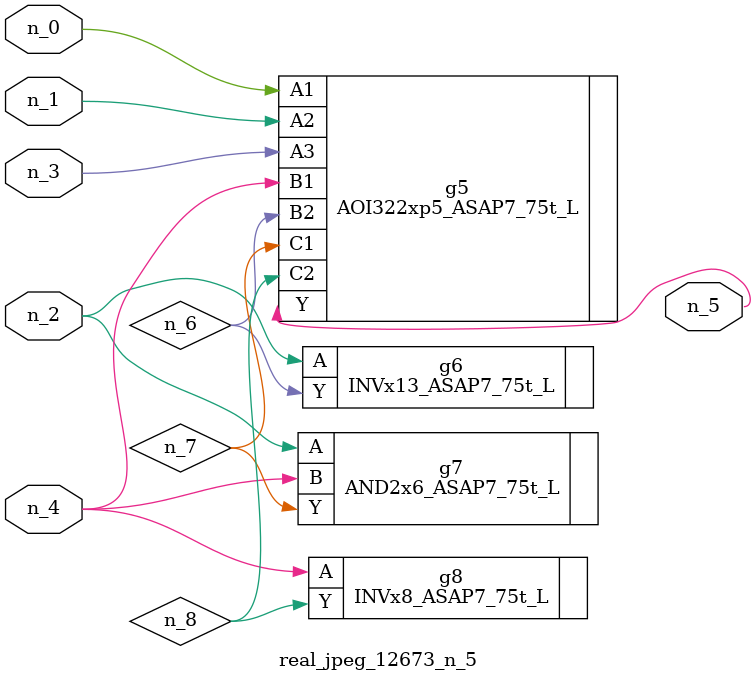
<source format=v>
module real_jpeg_12673_n_5 (n_4, n_0, n_1, n_2, n_3, n_5);

input n_4;
input n_0;
input n_1;
input n_2;
input n_3;

output n_5;

wire n_8;
wire n_6;
wire n_7;

AOI322xp5_ASAP7_75t_L g5 ( 
.A1(n_0),
.A2(n_1),
.A3(n_3),
.B1(n_4),
.B2(n_6),
.C1(n_7),
.C2(n_8),
.Y(n_5)
);

INVx13_ASAP7_75t_L g6 ( 
.A(n_2),
.Y(n_6)
);

AND2x6_ASAP7_75t_L g7 ( 
.A(n_2),
.B(n_4),
.Y(n_7)
);

INVx8_ASAP7_75t_L g8 ( 
.A(n_4),
.Y(n_8)
);


endmodule
</source>
